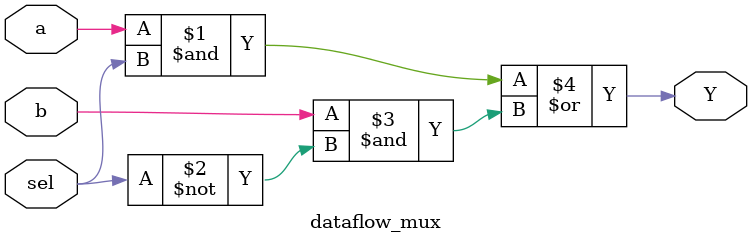
<source format=v>

module dataflow_mux(input a, b, sel, output Y);
  assign Y = (a & sel) | (b & ~sel);
  endmodule

</source>
